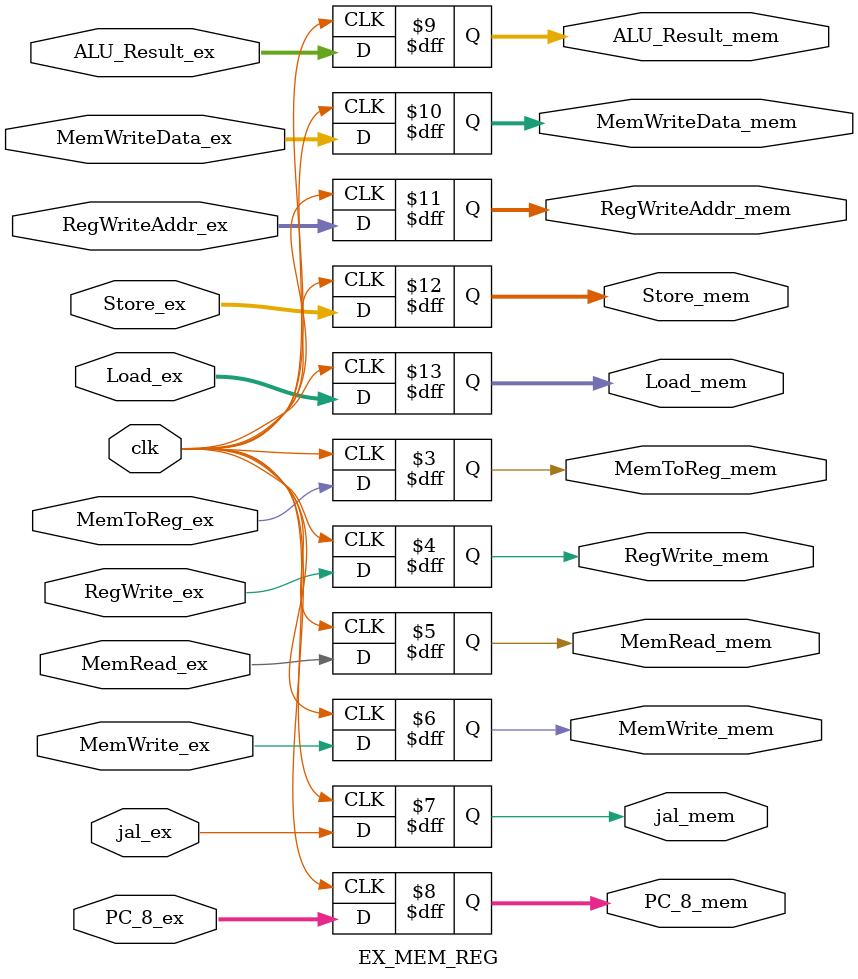
<source format=v>
`timescale 1ns / 1ps


module EX_MEM_REG(
    clk, 
    MemToReg_ex, RegWrite_ex, MemRead_ex, MemWrite_ex, jal_ex, PC_8_ex, ALU_Result_ex, MemWriteData_ex, RegWriteAddr_ex,Store_ex,Load_ex,
    MemToReg_mem, RegWrite_mem, MemRead_mem, MemWrite_mem, jal_mem, PC_8_mem, ALU_Result_mem, MemWriteData_mem, RegWriteAddr_mem,Store_mem,Load_mem
    );
    input clk;
    input MemToReg_ex, RegWrite_ex, MemRead_ex, MemWrite_ex, jal_ex;
    input [31:0] PC_8_ex, ALU_Result_ex, MemWriteData_ex;
    input [4:0] RegWriteAddr_ex;
    input [1:0] Store_ex;
    input [2:0] Load_ex;
    output reg MemToReg_mem, RegWrite_mem, MemRead_mem, MemWrite_mem, jal_mem;
    output reg [31:0] PC_8_mem, ALU_Result_mem, MemWriteData_mem;
    output reg [4:0] RegWriteAddr_mem;
    output reg [1:0] Store_mem;
    output reg [2:0] Load_mem;
    
    initial
    begin
        MemToReg_mem = 0;
        RegWrite_mem = 0;
        MemRead_mem = 0;
        MemWrite_mem = 0;
        jal_mem = 0;
        PC_8_mem = 0;
        ALU_Result_mem = 0;
        MemWriteData_mem = 0;
        RegWriteAddr_mem = 0;
        Store_mem=0;
        Load_mem=0;    
    end
    
    always@(posedge clk)
    begin
        MemToReg_mem = MemToReg_ex;
        RegWrite_mem = RegWrite_ex;
        MemRead_mem = MemRead_ex;
        MemWrite_mem = MemWrite_ex;
        jal_mem = jal_ex;
        PC_8_mem = PC_8_ex;
        ALU_Result_mem = ALU_Result_ex;
        MemWriteData_mem = MemWriteData_ex;
        RegWriteAddr_mem = RegWriteAddr_ex;
        Store_mem=Store_ex;
        Load_mem=Load_ex;
    end
endmodule

</source>
